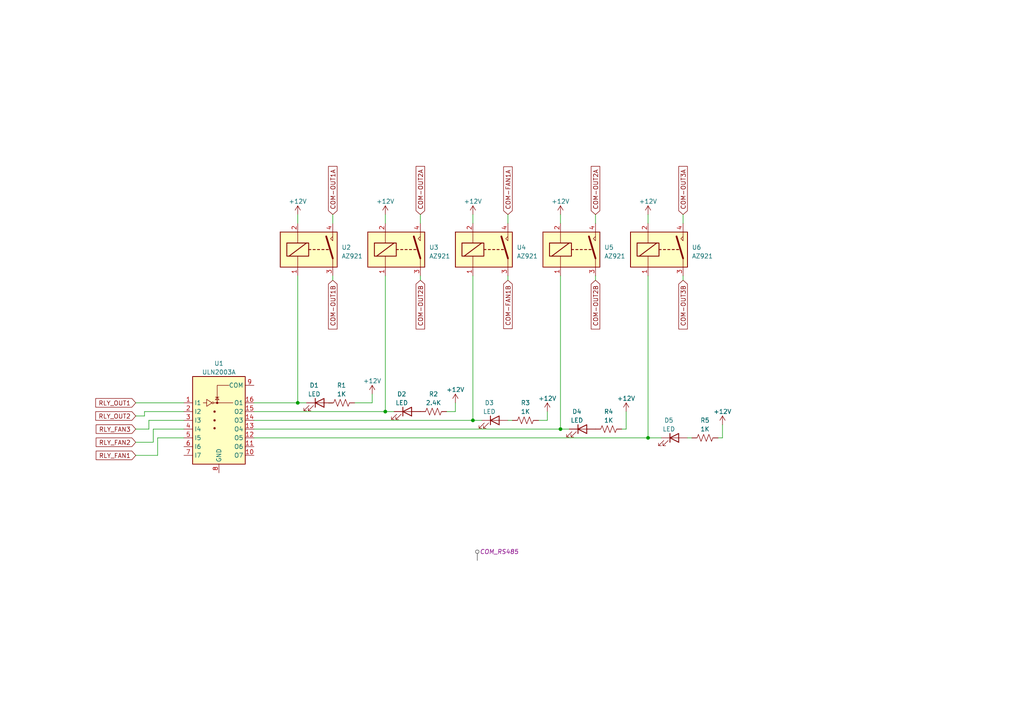
<source format=kicad_sch>
(kicad_sch (version 20230121) (generator eeschema)

  (uuid 638b0777-bb01-45a1-a0a3-db3a666dc8e6)

  (paper "A4")

  (lib_symbols
    (symbol "Device:LED" (pin_numbers hide) (pin_names (offset 1.016) hide) (in_bom yes) (on_board yes)
      (property "Reference" "D" (at 0 2.54 0)
        (effects (font (size 1.27 1.27)))
      )
      (property "Value" "LED" (at 0 -2.54 0)
        (effects (font (size 1.27 1.27)))
      )
      (property "Footprint" "" (at 0 0 0)
        (effects (font (size 1.27 1.27)) hide)
      )
      (property "Datasheet" "~" (at 0 0 0)
        (effects (font (size 1.27 1.27)) hide)
      )
      (property "ki_keywords" "LED diode" (at 0 0 0)
        (effects (font (size 1.27 1.27)) hide)
      )
      (property "ki_description" "Light emitting diode" (at 0 0 0)
        (effects (font (size 1.27 1.27)) hide)
      )
      (property "ki_fp_filters" "LED* LED_SMD:* LED_THT:*" (at 0 0 0)
        (effects (font (size 1.27 1.27)) hide)
      )
      (symbol "LED_0_1"
        (polyline
          (pts
            (xy -1.27 -1.27)
            (xy -1.27 1.27)
          )
          (stroke (width 0.254) (type default))
          (fill (type none))
        )
        (polyline
          (pts
            (xy -1.27 0)
            (xy 1.27 0)
          )
          (stroke (width 0) (type default))
          (fill (type none))
        )
        (polyline
          (pts
            (xy 1.27 -1.27)
            (xy 1.27 1.27)
            (xy -1.27 0)
            (xy 1.27 -1.27)
          )
          (stroke (width 0.254) (type default))
          (fill (type none))
        )
        (polyline
          (pts
            (xy -3.048 -0.762)
            (xy -4.572 -2.286)
            (xy -3.81 -2.286)
            (xy -4.572 -2.286)
            (xy -4.572 -1.524)
          )
          (stroke (width 0) (type default))
          (fill (type none))
        )
        (polyline
          (pts
            (xy -1.778 -0.762)
            (xy -3.302 -2.286)
            (xy -2.54 -2.286)
            (xy -3.302 -2.286)
            (xy -3.302 -1.524)
          )
          (stroke (width 0) (type default))
          (fill (type none))
        )
      )
      (symbol "LED_1_1"
        (pin passive line (at -3.81 0 0) (length 2.54)
          (name "K" (effects (font (size 1.27 1.27))))
          (number "1" (effects (font (size 1.27 1.27))))
        )
        (pin passive line (at 3.81 0 180) (length 2.54)
          (name "A" (effects (font (size 1.27 1.27))))
          (number "2" (effects (font (size 1.27 1.27))))
        )
      )
    )
    (symbol "Device:R_US" (pin_numbers hide) (pin_names (offset 0)) (in_bom yes) (on_board yes)
      (property "Reference" "R" (at 2.54 0 90)
        (effects (font (size 1.27 1.27)))
      )
      (property "Value" "R_US" (at -2.54 0 90)
        (effects (font (size 1.27 1.27)))
      )
      (property "Footprint" "" (at 1.016 -0.254 90)
        (effects (font (size 1.27 1.27)) hide)
      )
      (property "Datasheet" "~" (at 0 0 0)
        (effects (font (size 1.27 1.27)) hide)
      )
      (property "ki_keywords" "R res resistor" (at 0 0 0)
        (effects (font (size 1.27 1.27)) hide)
      )
      (property "ki_description" "Resistor, US symbol" (at 0 0 0)
        (effects (font (size 1.27 1.27)) hide)
      )
      (property "ki_fp_filters" "R_*" (at 0 0 0)
        (effects (font (size 1.27 1.27)) hide)
      )
      (symbol "R_US_0_1"
        (polyline
          (pts
            (xy 0 -2.286)
            (xy 0 -2.54)
          )
          (stroke (width 0) (type default))
          (fill (type none))
        )
        (polyline
          (pts
            (xy 0 2.286)
            (xy 0 2.54)
          )
          (stroke (width 0) (type default))
          (fill (type none))
        )
        (polyline
          (pts
            (xy 0 -0.762)
            (xy 1.016 -1.143)
            (xy 0 -1.524)
            (xy -1.016 -1.905)
            (xy 0 -2.286)
          )
          (stroke (width 0) (type default))
          (fill (type none))
        )
        (polyline
          (pts
            (xy 0 0.762)
            (xy 1.016 0.381)
            (xy 0 0)
            (xy -1.016 -0.381)
            (xy 0 -0.762)
          )
          (stroke (width 0) (type default))
          (fill (type none))
        )
        (polyline
          (pts
            (xy 0 2.286)
            (xy 1.016 1.905)
            (xy 0 1.524)
            (xy -1.016 1.143)
            (xy 0 0.762)
          )
          (stroke (width 0) (type default))
          (fill (type none))
        )
      )
      (symbol "R_US_1_1"
        (pin passive line (at 0 3.81 270) (length 1.27)
          (name "~" (effects (font (size 1.27 1.27))))
          (number "1" (effects (font (size 1.27 1.27))))
        )
        (pin passive line (at 0 -3.81 90) (length 1.27)
          (name "~" (effects (font (size 1.27 1.27))))
          (number "2" (effects (font (size 1.27 1.27))))
        )
      )
    )
    (symbol "Transistor_Array:ULN2003A" (in_bom yes) (on_board yes)
      (property "Reference" "U" (at 0 15.875 0)
        (effects (font (size 1.27 1.27)))
      )
      (property "Value" "ULN2003A" (at 0 13.97 0)
        (effects (font (size 1.27 1.27)))
      )
      (property "Footprint" "" (at 1.27 -13.97 0)
        (effects (font (size 1.27 1.27)) (justify left) hide)
      )
      (property "Datasheet" "http://www.ti.com/lit/ds/symlink/uln2003a.pdf" (at 2.54 -5.08 0)
        (effects (font (size 1.27 1.27)) hide)
      )
      (property "ki_keywords" "darlington transistor array" (at 0 0 0)
        (effects (font (size 1.27 1.27)) hide)
      )
      (property "ki_description" "High Voltage, High Current Darlington Transistor Arrays, SOIC16/SOIC16W/DIP16/TSSOP16" (at 0 0 0)
        (effects (font (size 1.27 1.27)) hide)
      )
      (property "ki_fp_filters" "DIP*W7.62mm* SOIC*3.9x9.9mm*P1.27mm* SSOP*4.4x5.2mm*P0.65mm* TSSOP*4.4x5mm*P0.65mm* SOIC*W*5.3x10.2mm*P1.27mm*" (at 0 0 0)
        (effects (font (size 1.27 1.27)) hide)
      )
      (symbol "ULN2003A_0_1"
        (rectangle (start -7.62 -12.7) (end 7.62 12.7)
          (stroke (width 0.254) (type default))
          (fill (type background))
        )
        (circle (center -1.778 5.08) (radius 0.254)
          (stroke (width 0) (type default))
          (fill (type none))
        )
        (circle (center -1.27 -2.286) (radius 0.254)
          (stroke (width 0) (type default))
          (fill (type outline))
        )
        (circle (center -1.27 0) (radius 0.254)
          (stroke (width 0) (type default))
          (fill (type outline))
        )
        (circle (center -1.27 2.54) (radius 0.254)
          (stroke (width 0) (type default))
          (fill (type outline))
        )
        (circle (center -0.508 5.08) (radius 0.254)
          (stroke (width 0) (type default))
          (fill (type outline))
        )
        (polyline
          (pts
            (xy -4.572 5.08)
            (xy -3.556 5.08)
          )
          (stroke (width 0) (type default))
          (fill (type none))
        )
        (polyline
          (pts
            (xy -1.524 5.08)
            (xy 4.064 5.08)
          )
          (stroke (width 0) (type default))
          (fill (type none))
        )
        (polyline
          (pts
            (xy 0 6.731)
            (xy -1.016 6.731)
          )
          (stroke (width 0) (type default))
          (fill (type none))
        )
        (polyline
          (pts
            (xy -0.508 5.08)
            (xy -0.508 10.16)
            (xy 2.921 10.16)
          )
          (stroke (width 0) (type default))
          (fill (type none))
        )
        (polyline
          (pts
            (xy -3.556 6.096)
            (xy -3.556 4.064)
            (xy -2.032 5.08)
            (xy -3.556 6.096)
          )
          (stroke (width 0) (type default))
          (fill (type none))
        )
        (polyline
          (pts
            (xy 0 5.969)
            (xy -1.016 5.969)
            (xy -0.508 6.731)
            (xy 0 5.969)
          )
          (stroke (width 0) (type default))
          (fill (type none))
        )
      )
      (symbol "ULN2003A_1_1"
        (pin input line (at -10.16 5.08 0) (length 2.54)
          (name "I1" (effects (font (size 1.27 1.27))))
          (number "1" (effects (font (size 1.27 1.27))))
        )
        (pin open_collector line (at 10.16 -10.16 180) (length 2.54)
          (name "O7" (effects (font (size 1.27 1.27))))
          (number "10" (effects (font (size 1.27 1.27))))
        )
        (pin open_collector line (at 10.16 -7.62 180) (length 2.54)
          (name "O6" (effects (font (size 1.27 1.27))))
          (number "11" (effects (font (size 1.27 1.27))))
        )
        (pin open_collector line (at 10.16 -5.08 180) (length 2.54)
          (name "O5" (effects (font (size 1.27 1.27))))
          (number "12" (effects (font (size 1.27 1.27))))
        )
        (pin open_collector line (at 10.16 -2.54 180) (length 2.54)
          (name "O4" (effects (font (size 1.27 1.27))))
          (number "13" (effects (font (size 1.27 1.27))))
        )
        (pin open_collector line (at 10.16 0 180) (length 2.54)
          (name "O3" (effects (font (size 1.27 1.27))))
          (number "14" (effects (font (size 1.27 1.27))))
        )
        (pin open_collector line (at 10.16 2.54 180) (length 2.54)
          (name "O2" (effects (font (size 1.27 1.27))))
          (number "15" (effects (font (size 1.27 1.27))))
        )
        (pin open_collector line (at 10.16 5.08 180) (length 2.54)
          (name "O1" (effects (font (size 1.27 1.27))))
          (number "16" (effects (font (size 1.27 1.27))))
        )
        (pin input line (at -10.16 2.54 0) (length 2.54)
          (name "I2" (effects (font (size 1.27 1.27))))
          (number "2" (effects (font (size 1.27 1.27))))
        )
        (pin input line (at -10.16 0 0) (length 2.54)
          (name "I3" (effects (font (size 1.27 1.27))))
          (number "3" (effects (font (size 1.27 1.27))))
        )
        (pin input line (at -10.16 -2.54 0) (length 2.54)
          (name "I4" (effects (font (size 1.27 1.27))))
          (number "4" (effects (font (size 1.27 1.27))))
        )
        (pin input line (at -10.16 -5.08 0) (length 2.54)
          (name "I5" (effects (font (size 1.27 1.27))))
          (number "5" (effects (font (size 1.27 1.27))))
        )
        (pin input line (at -10.16 -7.62 0) (length 2.54)
          (name "I6" (effects (font (size 1.27 1.27))))
          (number "6" (effects (font (size 1.27 1.27))))
        )
        (pin input line (at -10.16 -10.16 0) (length 2.54)
          (name "I7" (effects (font (size 1.27 1.27))))
          (number "7" (effects (font (size 1.27 1.27))))
        )
        (pin power_in line (at 0 -15.24 90) (length 2.54)
          (name "GND" (effects (font (size 1.27 1.27))))
          (number "8" (effects (font (size 1.27 1.27))))
        )
        (pin passive line (at 10.16 10.16 180) (length 2.54)
          (name "COM" (effects (font (size 1.27 1.27))))
          (number "9" (effects (font (size 1.27 1.27))))
        )
      )
    )
    (symbol "nuevos simvolos:AZ921" (in_bom yes) (on_board yes)
      (property "Reference" "U" (at -12.7 1.27 0)
        (effects (font (size 1.27 1.27)))
      )
      (property "Value" "AZ921" (at -12.7 -1.27 0)
        (effects (font (size 1.27 1.27)))
      )
      (property "Footprint" "" (at 0 0 0)
        (effects (font (size 1.27 1.27)) hide)
      )
      (property "Datasheet" "" (at 0 0 0)
        (effects (font (size 1.27 1.27)) hide)
      )
      (symbol "AZ921_0_0"
        (polyline
          (pts
            (xy 6.35 5.08)
            (xy 6.35 2.54)
            (xy 5.715 3.175)
            (xy 6.35 3.81)
          )
          (stroke (width 0) (type default))
          (fill (type none))
        )
      )
      (symbol "AZ921_0_1"
        (rectangle (start -8.89 5.08) (end 7.62 -5.08)
          (stroke (width 0.254) (type default))
          (fill (type background))
        )
        (rectangle (start -6.985 1.905) (end -0.635 -1.905)
          (stroke (width 0.254) (type default))
          (fill (type none))
        )
        (polyline
          (pts
            (xy -6.35 -1.905)
            (xy -1.27 1.905)
          )
          (stroke (width 0.254) (type default))
          (fill (type none))
        )
        (polyline
          (pts
            (xy -3.81 -5.08)
            (xy -3.81 -1.905)
          )
          (stroke (width 0) (type default))
          (fill (type none))
        )
        (polyline
          (pts
            (xy -3.81 5.08)
            (xy -3.81 1.905)
          )
          (stroke (width 0) (type default))
          (fill (type none))
        )
        (polyline
          (pts
            (xy -0.635 0)
            (xy 0 0)
          )
          (stroke (width 0.254) (type default))
          (fill (type none))
        )
        (polyline
          (pts
            (xy 0.635 0)
            (xy 1.27 0)
          )
          (stroke (width 0.254) (type default))
          (fill (type none))
        )
        (polyline
          (pts
            (xy 1.905 0)
            (xy 2.54 0)
          )
          (stroke (width 0.254) (type default))
          (fill (type none))
        )
        (polyline
          (pts
            (xy 3.175 0)
            (xy 3.81 0)
          )
          (stroke (width 0.254) (type default))
          (fill (type none))
        )
        (polyline
          (pts
            (xy 4.445 0)
            (xy 5.08 0)
          )
          (stroke (width 0.254) (type default))
          (fill (type none))
        )
        (polyline
          (pts
            (xy 6.35 -2.54)
            (xy 4.445 3.81)
          )
          (stroke (width 0.508) (type default))
          (fill (type none))
        )
        (polyline
          (pts
            (xy 6.35 -2.54)
            (xy 6.35 -5.08)
          )
          (stroke (width 0) (type default))
          (fill (type none))
        )
      )
      (symbol "AZ921_1_1"
        (pin passive line (at -3.81 -7.62 90) (length 2.54)
          (name "~" (effects (font (size 1.27 1.27))))
          (number "1" (effects (font (size 1.27 1.27))))
        )
        (pin passive line (at -3.81 7.62 270) (length 2.54)
          (name "~" (effects (font (size 1.27 1.27))))
          (number "2" (effects (font (size 1.27 1.27))))
        )
        (pin passive line (at 6.35 -7.62 90) (length 2.54)
          (name "~" (effects (font (size 1.27 1.27))))
          (number "3" (effects (font (size 1.27 1.27))))
        )
        (pin passive line (at 6.35 7.62 270) (length 2.54)
          (name "~" (effects (font (size 1.27 1.27))))
          (number "4" (effects (font (size 1.27 1.27))))
        )
      )
    )
    (symbol "power:+12V" (power) (pin_names (offset 0)) (in_bom yes) (on_board yes)
      (property "Reference" "#PWR" (at 0 -3.81 0)
        (effects (font (size 1.27 1.27)) hide)
      )
      (property "Value" "+12V" (at 0 3.556 0)
        (effects (font (size 1.27 1.27)))
      )
      (property "Footprint" "" (at 0 0 0)
        (effects (font (size 1.27 1.27)) hide)
      )
      (property "Datasheet" "" (at 0 0 0)
        (effects (font (size 1.27 1.27)) hide)
      )
      (property "ki_keywords" "global power" (at 0 0 0)
        (effects (font (size 1.27 1.27)) hide)
      )
      (property "ki_description" "Power symbol creates a global label with name \"+12V\"" (at 0 0 0)
        (effects (font (size 1.27 1.27)) hide)
      )
      (symbol "+12V_0_1"
        (polyline
          (pts
            (xy -0.762 1.27)
            (xy 0 2.54)
          )
          (stroke (width 0) (type default))
          (fill (type none))
        )
        (polyline
          (pts
            (xy 0 0)
            (xy 0 2.54)
          )
          (stroke (width 0) (type default))
          (fill (type none))
        )
        (polyline
          (pts
            (xy 0 2.54)
            (xy 0.762 1.27)
          )
          (stroke (width 0) (type default))
          (fill (type none))
        )
      )
      (symbol "+12V_1_1"
        (pin power_in line (at 0 0 90) (length 0) hide
          (name "+12V" (effects (font (size 1.27 1.27))))
          (number "1" (effects (font (size 1.27 1.27))))
        )
      )
    )
  )

  (junction (at 111.76 119.38) (diameter 0) (color 0 0 0 0)
    (uuid 04b68cb3-43e3-4f12-8224-446cf62ac623)
  )
  (junction (at 187.96 127) (diameter 0) (color 0 0 0 0)
    (uuid 0f3f07f0-fe87-4301-9d0b-c5bb49db90f5)
  )
  (junction (at 86.36 116.84) (diameter 0) (color 0 0 0 0)
    (uuid 5f025c2d-b219-4e0d-8377-a7d8c6db03eb)
  )
  (junction (at 137.16 121.92) (diameter 0) (color 0 0 0 0)
    (uuid 7109a029-8f01-4843-a390-4cd9ee2c1276)
  )
  (junction (at 162.56 124.46) (diameter 0) (color 0 0 0 0)
    (uuid ebb15ed6-b700-446f-91b7-58f5898588cc)
  )

  (wire (pts (xy 158.75 119.38) (xy 158.75 121.92))
    (stroke (width 0) (type default))
    (uuid 018544cb-61f8-49e2-a551-90303133793c)
  )
  (wire (pts (xy 162.56 80.01) (xy 162.56 124.46))
    (stroke (width 0) (type default))
    (uuid 045e1e0f-9a0f-4b5c-ad4b-b2d64865dcad)
  )
  (wire (pts (xy 198.12 62.23) (xy 198.12 64.77))
    (stroke (width 0) (type default))
    (uuid 065cf11c-df93-410a-b019-ca6dac3bfb71)
  )
  (wire (pts (xy 162.56 124.46) (xy 165.1 124.46))
    (stroke (width 0) (type default))
    (uuid 0ee7f2c1-5102-4353-ac31-73ca6e59b144)
  )
  (wire (pts (xy 121.92 62.23) (xy 121.92 64.77))
    (stroke (width 0) (type default))
    (uuid 12aa4f3f-9bde-4369-9f02-bb066691d9b1)
  )
  (wire (pts (xy 187.96 62.23) (xy 187.96 64.77))
    (stroke (width 0) (type default))
    (uuid 155dc7ea-34ce-4167-8e2c-e621bf422a9e)
  )
  (wire (pts (xy 53.34 127) (xy 45.72 127))
    (stroke (width 0) (type default))
    (uuid 1f3317af-697f-450d-b3cc-daa3767e3be9)
  )
  (wire (pts (xy 158.75 121.92) (xy 156.21 121.92))
    (stroke (width 0) (type default))
    (uuid 24daea29-d418-47d6-a41c-cac8b5b51ccf)
  )
  (wire (pts (xy 147.32 121.92) (xy 148.59 121.92))
    (stroke (width 0) (type default))
    (uuid 2e554b35-214c-42c7-81e1-7e8aaade2758)
  )
  (wire (pts (xy 111.76 62.23) (xy 111.76 64.77))
    (stroke (width 0) (type default))
    (uuid 2f056c22-6842-495b-85c2-f16b3d2e3b6c)
  )
  (wire (pts (xy 43.18 121.92) (xy 53.34 121.92))
    (stroke (width 0) (type default))
    (uuid 37fefeef-e2f9-4509-a9ff-9f7fbb5cae02)
  )
  (wire (pts (xy 73.66 127) (xy 187.96 127))
    (stroke (width 0) (type default))
    (uuid 38c4f650-eaf6-4dcc-83d0-c6da75d25733)
  )
  (wire (pts (xy 39.37 124.46) (xy 43.18 124.46))
    (stroke (width 0) (type default))
    (uuid 396c1a78-cc8e-4ca2-a83b-995690ae1210)
  )
  (wire (pts (xy 102.87 116.84) (xy 107.95 116.84))
    (stroke (width 0) (type default))
    (uuid 4bef225f-e127-4365-9b09-dc41aea9c8cc)
  )
  (wire (pts (xy 53.34 124.46) (xy 44.45 124.46))
    (stroke (width 0) (type default))
    (uuid 4e6c5eca-9938-4941-95f4-6b719941a00e)
  )
  (wire (pts (xy 73.66 116.84) (xy 86.36 116.84))
    (stroke (width 0) (type default))
    (uuid 55c340e0-dbbb-4340-a660-28c7663a3c4e)
  )
  (wire (pts (xy 111.76 80.01) (xy 111.76 119.38))
    (stroke (width 0) (type default))
    (uuid 570870b1-3ccb-49e9-a36d-a95be81bd8b9)
  )
  (wire (pts (xy 41.91 119.38) (xy 41.91 120.65))
    (stroke (width 0) (type default))
    (uuid 5889a05f-4524-4feb-ae9a-92e3953944b7)
  )
  (wire (pts (xy 44.45 128.27) (xy 39.37 128.27))
    (stroke (width 0) (type default))
    (uuid 5d1ec344-80e6-42b5-9686-a13a5a741931)
  )
  (wire (pts (xy 44.45 124.46) (xy 44.45 128.27))
    (stroke (width 0) (type default))
    (uuid 632783d8-0dac-4105-ad26-2f7eece880f1)
  )
  (wire (pts (xy 147.32 62.23) (xy 147.32 64.77))
    (stroke (width 0) (type default))
    (uuid 66bd6cc6-16ac-437f-a36b-eede92959ed3)
  )
  (wire (pts (xy 86.36 62.23) (xy 86.36 64.77))
    (stroke (width 0) (type default))
    (uuid 69721957-6201-4092-b036-60c353f1d6fe)
  )
  (wire (pts (xy 181.61 124.46) (xy 180.34 124.46))
    (stroke (width 0) (type default))
    (uuid 748450c1-ccb1-4114-afa3-f3b7bcc0363e)
  )
  (wire (pts (xy 86.36 116.84) (xy 88.9 116.84))
    (stroke (width 0) (type default))
    (uuid 7b8663e5-cd90-4879-a7ce-b5294ee5e0f1)
  )
  (wire (pts (xy 209.55 127) (xy 208.28 127))
    (stroke (width 0) (type default))
    (uuid 81ee546d-0960-49af-914f-7b6c6f2a8b52)
  )
  (wire (pts (xy 96.52 116.84) (xy 95.25 116.84))
    (stroke (width 0) (type default))
    (uuid 839254ee-cf93-465b-bcc2-eba6348d5f65)
  )
  (wire (pts (xy 53.34 119.38) (xy 41.91 119.38))
    (stroke (width 0) (type default))
    (uuid 8834eb10-ba3f-4807-804c-e5aab66b0242)
  )
  (wire (pts (xy 45.72 132.08) (xy 39.37 132.08))
    (stroke (width 0) (type default))
    (uuid 9108f24d-4af8-4c6c-8430-672b92637ef0)
  )
  (wire (pts (xy 45.72 127) (xy 45.72 132.08))
    (stroke (width 0) (type default))
    (uuid 94d9b102-8f4b-4e60-8fe5-39b29e246108)
  )
  (wire (pts (xy 187.96 80.01) (xy 187.96 127))
    (stroke (width 0) (type default))
    (uuid 98f4461c-901c-477f-8cf3-aafed0da7515)
  )
  (wire (pts (xy 129.54 119.38) (xy 132.08 119.38))
    (stroke (width 0) (type default))
    (uuid a214d3ba-c0fa-4719-ae06-165a0cd6696c)
  )
  (wire (pts (xy 198.12 80.01) (xy 198.12 81.28))
    (stroke (width 0) (type default))
    (uuid ad42cdff-7e17-49c9-a5f4-a7f64499b1ab)
  )
  (wire (pts (xy 43.18 124.46) (xy 43.18 121.92))
    (stroke (width 0) (type default))
    (uuid ad548d45-9a47-44b8-a9c5-bbc1c600b07a)
  )
  (wire (pts (xy 73.66 121.92) (xy 137.16 121.92))
    (stroke (width 0) (type default))
    (uuid b03420df-6372-4bee-9be6-39bb46353180)
  )
  (wire (pts (xy 209.55 123.19) (xy 209.55 127))
    (stroke (width 0) (type default))
    (uuid b0c8d69b-7d4b-4bdf-9abb-bff4f24c5e81)
  )
  (wire (pts (xy 39.37 120.65) (xy 41.91 120.65))
    (stroke (width 0) (type default))
    (uuid c1d2b9db-6dcd-4a61-a48f-db5366234d95)
  )
  (wire (pts (xy 137.16 80.01) (xy 137.16 121.92))
    (stroke (width 0) (type default))
    (uuid c32e4bfb-c40f-4b6d-b006-77d1fbfcdd07)
  )
  (wire (pts (xy 181.61 119.38) (xy 181.61 124.46))
    (stroke (width 0) (type default))
    (uuid c4768b94-5f7a-4d4f-b0d4-5423a4222f3d)
  )
  (wire (pts (xy 137.16 121.92) (xy 139.7 121.92))
    (stroke (width 0) (type default))
    (uuid cd878640-7020-4101-b417-7fd7f624db98)
  )
  (wire (pts (xy 96.52 80.01) (xy 96.52 81.28))
    (stroke (width 0) (type default))
    (uuid cf5f0a56-3301-4897-a2fe-9ad1b838054e)
  )
  (wire (pts (xy 86.36 80.01) (xy 86.36 116.84))
    (stroke (width 0) (type default))
    (uuid d9947f69-ddf0-4b3c-93f1-e9207828c0a0)
  )
  (wire (pts (xy 111.76 119.38) (xy 114.3 119.38))
    (stroke (width 0) (type default))
    (uuid ddf9c863-9ff9-40dc-9324-45fe70b89282)
  )
  (wire (pts (xy 187.96 127) (xy 191.77 127))
    (stroke (width 0) (type default))
    (uuid e021263e-e93c-4647-b28f-bdf8d4e92fb3)
  )
  (wire (pts (xy 39.37 116.84) (xy 53.34 116.84))
    (stroke (width 0) (type default))
    (uuid e1f1d1ac-05e2-4d3c-9680-ed81690d4697)
  )
  (wire (pts (xy 172.72 62.23) (xy 172.72 64.77))
    (stroke (width 0) (type default))
    (uuid e2e1df94-ba82-4d97-8803-776d5321e725)
  )
  (wire (pts (xy 199.39 127) (xy 200.66 127))
    (stroke (width 0) (type default))
    (uuid e68bf610-77ae-49a2-8806-585518b4897c)
  )
  (wire (pts (xy 172.72 80.01) (xy 172.72 81.28))
    (stroke (width 0) (type default))
    (uuid efcd737e-7340-40f2-a019-57f3c0d5cfa2)
  )
  (wire (pts (xy 107.95 116.84) (xy 107.95 114.3))
    (stroke (width 0) (type default))
    (uuid f13a5239-a6e6-4a9a-8db0-a48d7ee6b1a1)
  )
  (wire (pts (xy 96.52 62.23) (xy 96.52 64.77))
    (stroke (width 0) (type default))
    (uuid f695b6a1-3bed-4a06-b842-b4bf88765fa1)
  )
  (wire (pts (xy 121.92 80.01) (xy 121.92 81.28))
    (stroke (width 0) (type default))
    (uuid f7920748-daa3-4f30-9596-bb2255e5589a)
  )
  (wire (pts (xy 73.66 124.46) (xy 162.56 124.46))
    (stroke (width 0) (type default))
    (uuid f827a41f-e41f-4b34-8f6a-8c150c0f91ea)
  )
  (wire (pts (xy 162.56 62.23) (xy 162.56 64.77))
    (stroke (width 0) (type default))
    (uuid f8609639-6d1c-45f6-bcf8-1ac84483b9ef)
  )
  (wire (pts (xy 73.66 119.38) (xy 111.76 119.38))
    (stroke (width 0) (type default))
    (uuid fd1674fd-7cc8-4c68-8ef8-ff7782754a52)
  )
  (wire (pts (xy 132.08 119.38) (xy 132.08 116.84))
    (stroke (width 0) (type default))
    (uuid fd2d446c-eb9e-4a87-b073-ec43171cc9f5)
  )
  (wire (pts (xy 147.32 80.01) (xy 147.32 81.28))
    (stroke (width 0) (type default))
    (uuid fdc57b73-18c1-4871-b704-c43365b359c3)
  )
  (wire (pts (xy 137.16 62.23) (xy 137.16 64.77))
    (stroke (width 0) (type default))
    (uuid ffae10fe-799d-4896-9545-df9c3f4ce545)
  )

  (global_label "COM-OUT2A" (shape input) (at 121.92 62.23 90) (fields_autoplaced)
    (effects (font (size 1.27 1.27)) (justify left))
    (uuid 0df314eb-5d34-43e5-91c0-c7495b2ac371)
    (property "Intersheetrefs" "${INTERSHEET_REFS}" (at 121.92 47.7732 90)
      (effects (font (size 1.27 1.27)) (justify left) hide)
    )
  )
  (global_label "RLY_OUT1" (shape input) (at 39.37 116.84 180) (fields_autoplaced)
    (effects (font (size 1.27 1.27)) (justify right))
    (uuid 14c3b3ee-aab1-4a80-b347-0853036c0297)
    (property "Intersheetrefs" "${INTERSHEET_REFS}" (at 27.2718 116.84 0)
      (effects (font (size 1.27 1.27)) (justify right) hide)
    )
  )
  (global_label "RLY_OUT2" (shape input) (at 39.37 120.65 180) (fields_autoplaced)
    (effects (font (size 1.27 1.27)) (justify right))
    (uuid 4f7181d9-15f2-4ea2-bc16-7bb26fe3bbca)
    (property "Intersheetrefs" "${INTERSHEET_REFS}" (at 27.2718 120.65 0)
      (effects (font (size 1.27 1.27)) (justify right) hide)
    )
  )
  (global_label "COM-OUT1A" (shape input) (at 96.52 62.23 90) (fields_autoplaced)
    (effects (font (size 1.27 1.27)) (justify left))
    (uuid 57b16ab9-55f2-4ece-ba2d-44e9848683dc)
    (property "Intersheetrefs" "${INTERSHEET_REFS}" (at 96.52 47.7732 90)
      (effects (font (size 1.27 1.27)) (justify left) hide)
    )
  )
  (global_label "COM-OUT1B" (shape input) (at 96.52 81.28 270) (fields_autoplaced)
    (effects (font (size 1.27 1.27)) (justify right))
    (uuid 6877e443-6187-45cb-ba62-87d5a2b1a3ec)
    (property "Intersheetrefs" "${INTERSHEET_REFS}" (at 96.52 95.9182 90)
      (effects (font (size 1.27 1.27)) (justify right) hide)
    )
  )
  (global_label "RLY_FAN3" (shape input) (at 39.37 124.46 180) (fields_autoplaced)
    (effects (font (size 1.27 1.27)) (justify right))
    (uuid 74ecc071-a5c1-4bc7-ab77-37bb1297d810)
    (property "Intersheetrefs" "${INTERSHEET_REFS}" (at 27.3927 124.46 0)
      (effects (font (size 1.27 1.27)) (justify right) hide)
    )
  )
  (global_label "COM-FAN1B" (shape input) (at 147.32 81.28 270) (fields_autoplaced)
    (effects (font (size 1.27 1.27)) (justify right))
    (uuid 950159a7-3f8b-4eaf-a63f-e33194d54f27)
    (property "Intersheetrefs" "${INTERSHEET_REFS}" (at 147.32 95.7973 90)
      (effects (font (size 1.27 1.27)) (justify right) hide)
    )
  )
  (global_label "COM-OUT3B" (shape input) (at 198.12 81.28 270) (fields_autoplaced)
    (effects (font (size 1.27 1.27)) (justify right))
    (uuid 9530bef9-fd44-4277-8dc7-63294b9f9d34)
    (property "Intersheetrefs" "${INTERSHEET_REFS}" (at 198.12 95.9182 90)
      (effects (font (size 1.27 1.27)) (justify right) hide)
    )
  )
  (global_label "COM-OUT2B" (shape input) (at 172.72 81.28 270) (fields_autoplaced)
    (effects (font (size 1.27 1.27)) (justify right))
    (uuid c61d95ec-526f-4606-ae16-355dc6005565)
    (property "Intersheetrefs" "${INTERSHEET_REFS}" (at 172.72 95.9182 90)
      (effects (font (size 1.27 1.27)) (justify right) hide)
    )
  )
  (global_label "COM-FAN1A" (shape input) (at 147.32 62.23 90) (fields_autoplaced)
    (effects (font (size 1.27 1.27)) (justify left))
    (uuid c8eb2d12-f3b6-49ea-978a-20e299849fb4)
    (property "Intersheetrefs" "${INTERSHEET_REFS}" (at 147.32 47.8941 90)
      (effects (font (size 1.27 1.27)) (justify left) hide)
    )
  )
  (global_label "COM-OUT2A" (shape input) (at 172.72 62.23 90) (fields_autoplaced)
    (effects (font (size 1.27 1.27)) (justify left))
    (uuid def22784-1ad2-4b74-ae4d-296fd9466a67)
    (property "Intersheetrefs" "${INTERSHEET_REFS}" (at 172.72 47.7732 90)
      (effects (font (size 1.27 1.27)) (justify left) hide)
    )
  )
  (global_label "COM-OUT2B" (shape input) (at 121.92 81.28 270) (fields_autoplaced)
    (effects (font (size 1.27 1.27)) (justify right))
    (uuid e58fb638-6ce5-445a-8985-55b482ffd1fd)
    (property "Intersheetrefs" "${INTERSHEET_REFS}" (at 121.92 95.9182 90)
      (effects (font (size 1.27 1.27)) (justify right) hide)
    )
  )
  (global_label "COM-OUT3A" (shape input) (at 198.12 62.23 90) (fields_autoplaced)
    (effects (font (size 1.27 1.27)) (justify left))
    (uuid f33a234a-7873-41e3-88be-5d45130522fb)
    (property "Intersheetrefs" "${INTERSHEET_REFS}" (at 198.12 47.7732 90)
      (effects (font (size 1.27 1.27)) (justify left) hide)
    )
  )
  (global_label "RLY_FAN2" (shape input) (at 39.37 128.27 180) (fields_autoplaced)
    (effects (font (size 1.27 1.27)) (justify right))
    (uuid f4ef6c69-c746-4d19-ad52-d46dc3680d75)
    (property "Intersheetrefs" "${INTERSHEET_REFS}" (at 27.3927 128.27 0)
      (effects (font (size 1.27 1.27)) (justify right) hide)
    )
  )
  (global_label "RLY_FAN1" (shape input) (at 39.37 132.08 180) (fields_autoplaced)
    (effects (font (size 1.27 1.27)) (justify right))
    (uuid faf69d23-5039-485d-a90a-a2154a4a7c36)
    (property "Intersheetrefs" "${INTERSHEET_REFS}" (at 27.3927 132.08 0)
      (effects (font (size 1.27 1.27)) (justify right) hide)
    )
  )

  (netclass_flag "" (length 2.54) (shape round) (at 138.43 162.56 0) (fields_autoplaced)
    (effects (font (size 1.27 1.27)) (justify left bottom))
    (uuid 18a8d746-9f9f-4e3b-a28f-6aad8ca51fb6)
    (property "Netclass" "COM_RS485" (at 139.1285 160.02 0)
      (effects (font (size 1.27 1.27) italic) (justify left))
    )
  )

  (symbol (lib_id "power:+12V") (at 181.61 119.38 0) (unit 1)
    (in_bom yes) (on_board yes) (dnp no) (fields_autoplaced)
    (uuid 08900028-42e4-4fdd-a74d-d7663e6c070c)
    (property "Reference" "#PWR017" (at 181.61 123.19 0)
      (effects (font (size 1.27 1.27)) hide)
    )
    (property "Value" "+12V" (at 181.61 115.57 0)
      (effects (font (size 1.27 1.27)))
    )
    (property "Footprint" "" (at 181.61 119.38 0)
      (effects (font (size 1.27 1.27)) hide)
    )
    (property "Datasheet" "" (at 181.61 119.38 0)
      (effects (font (size 1.27 1.27)) hide)
    )
    (pin "1" (uuid e78ef8a1-e1a5-4417-914a-41116e4e69a2))
    (instances
      (project "proyeto"
        (path "/b66868b8-c283-4ef1-82e8-af9f092560ee/a72b2232-0de7-4df7-b592-ee0f1cdb2f92/f3562a09-3121-448b-b7e2-daabfc7993ff"
          (reference "#PWR017") (unit 1)
        )
      )
    )
  )

  (symbol (lib_id "nuevos simvolos:AZ921") (at 166.37 72.39 0) (unit 1)
    (in_bom yes) (on_board yes) (dnp no) (fields_autoplaced)
    (uuid 1435150b-b152-4bf7-8148-57eadaf9a3a1)
    (property "Reference" "U5" (at 175.26 71.755 0)
      (effects (font (size 1.27 1.27)) (justify left))
    )
    (property "Value" "AZ921" (at 175.26 74.295 0)
      (effects (font (size 1.27 1.27)) (justify left))
    )
    (property "Footprint" "" (at 166.37 72.39 0)
      (effects (font (size 1.27 1.27)) hide)
    )
    (property "Datasheet" "" (at 166.37 72.39 0)
      (effects (font (size 1.27 1.27)) hide)
    )
    (pin "1" (uuid 3b9f9f52-81e0-4583-bbf0-20e086a23f86))
    (pin "2" (uuid 8bf8b29b-7bb0-4764-ae48-03ba999561c2))
    (pin "3" (uuid 95db245d-b805-4c8e-ac8e-81e9f65fc214))
    (pin "4" (uuid f58183cd-0385-4236-9ed7-30c06d156272))
    (instances
      (project "proyeto"
        (path "/b66868b8-c283-4ef1-82e8-af9f092560ee/a72b2232-0de7-4df7-b592-ee0f1cdb2f92/f3562a09-3121-448b-b7e2-daabfc7993ff"
          (reference "U5") (unit 1)
        )
      )
    )
  )

  (symbol (lib_id "Device:R_US") (at 125.73 119.38 270) (unit 1)
    (in_bom yes) (on_board yes) (dnp no) (fields_autoplaced)
    (uuid 1e044677-02cc-46de-abac-8ca7a0edf2a8)
    (property "Reference" "R2" (at 125.73 114.3 90)
      (effects (font (size 1.27 1.27)))
    )
    (property "Value" "2.4K" (at 125.73 116.84 90)
      (effects (font (size 1.27 1.27)))
    )
    (property "Footprint" "" (at 125.476 120.396 90)
      (effects (font (size 1.27 1.27)) hide)
    )
    (property "Datasheet" "~" (at 125.73 119.38 0)
      (effects (font (size 1.27 1.27)) hide)
    )
    (pin "1" (uuid 4a0df01d-9b25-42ce-a4f5-1ee25297a60d))
    (pin "2" (uuid f5101d17-a005-4710-8dda-73c08f42ba8b))
    (instances
      (project "proyeto"
        (path "/b66868b8-c283-4ef1-82e8-af9f092560ee/a72b2232-0de7-4df7-b592-ee0f1cdb2f92/f3562a09-3121-448b-b7e2-daabfc7993ff"
          (reference "R2") (unit 1)
        )
      )
    )
  )

  (symbol (lib_id "power:+12V") (at 111.76 62.23 0) (unit 1)
    (in_bom yes) (on_board yes) (dnp no) (fields_autoplaced)
    (uuid 222dc31d-cd76-40d6-8137-5652a189968f)
    (property "Reference" "#PWR012" (at 111.76 66.04 0)
      (effects (font (size 1.27 1.27)) hide)
    )
    (property "Value" "+12V" (at 111.76 58.42 0)
      (effects (font (size 1.27 1.27)))
    )
    (property "Footprint" "" (at 111.76 62.23 0)
      (effects (font (size 1.27 1.27)) hide)
    )
    (property "Datasheet" "" (at 111.76 62.23 0)
      (effects (font (size 1.27 1.27)) hide)
    )
    (pin "1" (uuid 47d25622-228c-42cf-b727-dbe8d78a3cd6))
    (instances
      (project "proyeto"
        (path "/b66868b8-c283-4ef1-82e8-af9f092560ee/a72b2232-0de7-4df7-b592-ee0f1cdb2f92/f3562a09-3121-448b-b7e2-daabfc7993ff"
          (reference "#PWR012") (unit 1)
        )
      )
    )
  )

  (symbol (lib_id "nuevos simvolos:AZ921") (at 140.97 72.39 0) (unit 1)
    (in_bom yes) (on_board yes) (dnp no) (fields_autoplaced)
    (uuid 2e9cc4bd-73b5-4f16-8df4-5c26b942ba0c)
    (property "Reference" "U4" (at 149.86 71.755 0)
      (effects (font (size 1.27 1.27)) (justify left))
    )
    (property "Value" "AZ921" (at 149.86 74.295 0)
      (effects (font (size 1.27 1.27)) (justify left))
    )
    (property "Footprint" "" (at 140.97 72.39 0)
      (effects (font (size 1.27 1.27)) hide)
    )
    (property "Datasheet" "" (at 140.97 72.39 0)
      (effects (font (size 1.27 1.27)) hide)
    )
    (pin "1" (uuid 52f851d4-1a86-4460-ba8c-51271411c10d))
    (pin "2" (uuid 1fbd4629-eb01-4a7a-98bd-af24043d1c0e))
    (pin "3" (uuid 4ab070a3-cdf3-445e-bd3c-c3afef75d45b))
    (pin "4" (uuid a523d8ab-bc3a-4c24-80b2-20bcf6d3e344))
    (instances
      (project "proyeto"
        (path "/b66868b8-c283-4ef1-82e8-af9f092560ee/a72b2232-0de7-4df7-b592-ee0f1cdb2f92/f3562a09-3121-448b-b7e2-daabfc7993ff"
          (reference "U4") (unit 1)
        )
      )
    )
  )

  (symbol (lib_id "Device:LED") (at 195.58 127 0) (unit 1)
    (in_bom yes) (on_board yes) (dnp no) (fields_autoplaced)
    (uuid 31f43cb4-15d1-4766-8505-d77c64dc1d87)
    (property "Reference" "D5" (at 193.9925 121.92 0)
      (effects (font (size 1.27 1.27)))
    )
    (property "Value" "LED" (at 193.9925 124.46 0)
      (effects (font (size 1.27 1.27)))
    )
    (property "Footprint" "" (at 195.58 127 0)
      (effects (font (size 1.27 1.27)) hide)
    )
    (property "Datasheet" "~" (at 195.58 127 0)
      (effects (font (size 1.27 1.27)) hide)
    )
    (pin "1" (uuid 311e2e99-4a73-4a1a-a466-59db2f942b0c))
    (pin "2" (uuid 88b4ce84-7750-45c1-a971-478b23e04aee))
    (instances
      (project "proyeto"
        (path "/b66868b8-c283-4ef1-82e8-af9f092560ee/a72b2232-0de7-4df7-b592-ee0f1cdb2f92/f3562a09-3121-448b-b7e2-daabfc7993ff"
          (reference "D5") (unit 1)
        )
      )
    )
  )

  (symbol (lib_id "nuevos simvolos:AZ921") (at 90.17 72.39 0) (unit 1)
    (in_bom yes) (on_board yes) (dnp no) (fields_autoplaced)
    (uuid 332c1c7b-5b38-4d58-9525-a908088c1671)
    (property "Reference" "U2" (at 99.06 71.755 0)
      (effects (font (size 1.27 1.27)) (justify left))
    )
    (property "Value" "AZ921" (at 99.06 74.295 0)
      (effects (font (size 1.27 1.27)) (justify left))
    )
    (property "Footprint" "" (at 90.17 72.39 0)
      (effects (font (size 1.27 1.27)) hide)
    )
    (property "Datasheet" "" (at 90.17 72.39 0)
      (effects (font (size 1.27 1.27)) hide)
    )
    (pin "1" (uuid d086dfe9-5f3a-4dcb-918a-1683826a71d3))
    (pin "2" (uuid 4ae86668-fec2-4ff5-bb67-6acf62415b36))
    (pin "3" (uuid 8dbff6ba-d025-4dc8-aeb0-3b8546cab736))
    (pin "4" (uuid fa812514-f9d7-4150-a95f-2fae86e233af))
    (instances
      (project "proyeto"
        (path "/b66868b8-c283-4ef1-82e8-af9f092560ee/a72b2232-0de7-4df7-b592-ee0f1cdb2f92/f3562a09-3121-448b-b7e2-daabfc7993ff"
          (reference "U2") (unit 1)
        )
      )
    )
  )

  (symbol (lib_id "Device:R_US") (at 152.4 121.92 270) (unit 1)
    (in_bom yes) (on_board yes) (dnp no) (fields_autoplaced)
    (uuid 38208686-4e24-48c7-9113-28e636853762)
    (property "Reference" "R3" (at 152.4 116.84 90)
      (effects (font (size 1.27 1.27)))
    )
    (property "Value" "1K" (at 152.4 119.38 90)
      (effects (font (size 1.27 1.27)))
    )
    (property "Footprint" "" (at 152.146 122.936 90)
      (effects (font (size 1.27 1.27)) hide)
    )
    (property "Datasheet" "~" (at 152.4 121.92 0)
      (effects (font (size 1.27 1.27)) hide)
    )
    (pin "1" (uuid e7049b50-a006-4541-8ea5-d160be82ea13))
    (pin "2" (uuid 8370f958-9fd8-4f8f-9f85-d47f4a848b96))
    (instances
      (project "proyeto"
        (path "/b66868b8-c283-4ef1-82e8-af9f092560ee/a72b2232-0de7-4df7-b592-ee0f1cdb2f92/f3562a09-3121-448b-b7e2-daabfc7993ff"
          (reference "R3") (unit 1)
        )
      )
    )
  )

  (symbol (lib_id "nuevos simvolos:AZ921") (at 191.77 72.39 0) (unit 1)
    (in_bom yes) (on_board yes) (dnp no) (fields_autoplaced)
    (uuid 3b26490c-03a4-459e-b9df-83901de92ba6)
    (property "Reference" "U6" (at 200.66 71.755 0)
      (effects (font (size 1.27 1.27)) (justify left))
    )
    (property "Value" "AZ921" (at 200.66 74.295 0)
      (effects (font (size 1.27 1.27)) (justify left))
    )
    (property "Footprint" "" (at 191.77 72.39 0)
      (effects (font (size 1.27 1.27)) hide)
    )
    (property "Datasheet" "" (at 191.77 72.39 0)
      (effects (font (size 1.27 1.27)) hide)
    )
    (pin "1" (uuid d6930c49-fdec-480b-b649-dfc7382df352))
    (pin "2" (uuid 51858a89-231e-4010-87bc-a9354cf4af71))
    (pin "3" (uuid 84261fbf-7fd9-4c34-b2ac-a2e2e77bf803))
    (pin "4" (uuid c0931736-6e8b-4547-81b6-18a00ba53ba0))
    (instances
      (project "proyeto"
        (path "/b66868b8-c283-4ef1-82e8-af9f092560ee/a72b2232-0de7-4df7-b592-ee0f1cdb2f92/f3562a09-3121-448b-b7e2-daabfc7993ff"
          (reference "U6") (unit 1)
        )
      )
    )
  )

  (symbol (lib_id "Device:R_US") (at 99.06 116.84 270) (unit 1)
    (in_bom yes) (on_board yes) (dnp no) (fields_autoplaced)
    (uuid 44927e0a-1b84-423c-8f0b-f643682e01d6)
    (property "Reference" "R1" (at 99.06 111.76 90)
      (effects (font (size 1.27 1.27)))
    )
    (property "Value" "1K" (at 99.06 114.3 90)
      (effects (font (size 1.27 1.27)))
    )
    (property "Footprint" "" (at 98.806 117.856 90)
      (effects (font (size 1.27 1.27)) hide)
    )
    (property "Datasheet" "~" (at 99.06 116.84 0)
      (effects (font (size 1.27 1.27)) hide)
    )
    (pin "1" (uuid 15ddee21-e096-46df-b259-d52809b095ee))
    (pin "2" (uuid 29f46feb-e867-4800-96cf-6e1e32142d6c))
    (instances
      (project "proyeto"
        (path "/b66868b8-c283-4ef1-82e8-af9f092560ee/a72b2232-0de7-4df7-b592-ee0f1cdb2f92/f3562a09-3121-448b-b7e2-daabfc7993ff"
          (reference "R1") (unit 1)
        )
      )
    )
  )

  (symbol (lib_id "Device:LED") (at 168.91 124.46 0) (unit 1)
    (in_bom yes) (on_board yes) (dnp no) (fields_autoplaced)
    (uuid 4978277b-76db-4b7c-bb3a-ce30e521e3cb)
    (property "Reference" "D4" (at 167.3225 119.38 0)
      (effects (font (size 1.27 1.27)))
    )
    (property "Value" "LED" (at 167.3225 121.92 0)
      (effects (font (size 1.27 1.27)))
    )
    (property "Footprint" "" (at 168.91 124.46 0)
      (effects (font (size 1.27 1.27)) hide)
    )
    (property "Datasheet" "~" (at 168.91 124.46 0)
      (effects (font (size 1.27 1.27)) hide)
    )
    (pin "1" (uuid 0c0a274a-70d5-4658-b88d-274876a8e7ff))
    (pin "2" (uuid e0824db0-d9aa-47f3-b573-2d35724bab9c))
    (instances
      (project "proyeto"
        (path "/b66868b8-c283-4ef1-82e8-af9f092560ee/a72b2232-0de7-4df7-b592-ee0f1cdb2f92/f3562a09-3121-448b-b7e2-daabfc7993ff"
          (reference "D4") (unit 1)
        )
      )
    )
  )

  (symbol (lib_id "Transistor_Array:ULN2003A") (at 63.5 121.92 0) (unit 1)
    (in_bom yes) (on_board yes) (dnp no) (fields_autoplaced)
    (uuid 68132068-525b-4047-bca8-f69c8b556153)
    (property "Reference" "U1" (at 63.5 105.41 0)
      (effects (font (size 1.27 1.27)))
    )
    (property "Value" "ULN2003A" (at 63.5 107.95 0)
      (effects (font (size 1.27 1.27)))
    )
    (property "Footprint" "" (at 64.77 135.89 0)
      (effects (font (size 1.27 1.27)) (justify left) hide)
    )
    (property "Datasheet" "http://www.ti.com/lit/ds/symlink/uln2003a.pdf" (at 66.04 127 0)
      (effects (font (size 1.27 1.27)) hide)
    )
    (pin "1" (uuid eb90d0d4-77c5-44f1-a35d-ea5f2ba150e9))
    (pin "10" (uuid edb22bfb-5146-4dc2-9af1-95b2ffe16cf6))
    (pin "11" (uuid b07a00c2-72cf-4146-9a8d-623042ac479d))
    (pin "12" (uuid 6227dfa2-7433-4bd2-92b9-762bcd22cff8))
    (pin "13" (uuid 08a3fe15-e4e4-4da8-b44a-6e349c3bfd6f))
    (pin "14" (uuid 40a6ae08-68db-432c-851d-449feb385115))
    (pin "15" (uuid 0249feb2-2667-49ea-98f6-aaff4b5554d5))
    (pin "16" (uuid 61d71ea7-5908-4381-9158-40a9aed5b7f4))
    (pin "2" (uuid 468bcfdf-1948-4252-bf21-0f47b07fb388))
    (pin "3" (uuid 86db3774-9a37-4924-9ec7-3a9a9bfd5ba3))
    (pin "4" (uuid a1e80bb9-f3df-4942-8be5-a805f82bb0fd))
    (pin "5" (uuid 7004a844-6cb0-4c09-bde4-9cf4cac8cd77))
    (pin "6" (uuid a4d70634-43e4-4f3b-b1b0-274b9c9f6178))
    (pin "7" (uuid d77c18aa-cbad-4e79-a44c-3ab9cf6aaf77))
    (pin "8" (uuid e35a42e3-2d56-44aa-a505-a8a7ef80a0a3))
    (pin "9" (uuid 2584c7c8-cfb4-479c-8a27-af1194614539))
    (instances
      (project "proyeto"
        (path "/b66868b8-c283-4ef1-82e8-af9f092560ee/a72b2232-0de7-4df7-b592-ee0f1cdb2f92/f3562a09-3121-448b-b7e2-daabfc7993ff"
          (reference "U1") (unit 1)
        )
      )
    )
  )

  (symbol (lib_id "power:+12V") (at 137.16 62.23 0) (unit 1)
    (in_bom yes) (on_board yes) (dnp no) (fields_autoplaced)
    (uuid 8047ad63-bc78-420c-8e7f-786fcf52622e)
    (property "Reference" "#PWR013" (at 137.16 66.04 0)
      (effects (font (size 1.27 1.27)) hide)
    )
    (property "Value" "+12V" (at 137.16 58.42 0)
      (effects (font (size 1.27 1.27)))
    )
    (property "Footprint" "" (at 137.16 62.23 0)
      (effects (font (size 1.27 1.27)) hide)
    )
    (property "Datasheet" "" (at 137.16 62.23 0)
      (effects (font (size 1.27 1.27)) hide)
    )
    (pin "1" (uuid 6cc95ecb-50fe-40b3-a3cb-28a01a97d15d))
    (instances
      (project "proyeto"
        (path "/b66868b8-c283-4ef1-82e8-af9f092560ee/a72b2232-0de7-4df7-b592-ee0f1cdb2f92/f3562a09-3121-448b-b7e2-daabfc7993ff"
          (reference "#PWR013") (unit 1)
        )
      )
    )
  )

  (symbol (lib_id "power:+12V") (at 187.96 62.23 0) (unit 1)
    (in_bom yes) (on_board yes) (dnp no) (fields_autoplaced)
    (uuid 8b76f671-c8bf-4a66-a682-d93b9ca0e52b)
    (property "Reference" "#PWR015" (at 187.96 66.04 0)
      (effects (font (size 1.27 1.27)) hide)
    )
    (property "Value" "+12V" (at 187.96 58.42 0)
      (effects (font (size 1.27 1.27)))
    )
    (property "Footprint" "" (at 187.96 62.23 0)
      (effects (font (size 1.27 1.27)) hide)
    )
    (property "Datasheet" "" (at 187.96 62.23 0)
      (effects (font (size 1.27 1.27)) hide)
    )
    (pin "1" (uuid 5cc4e5b0-1d20-4023-bf14-3e4977d8707e))
    (instances
      (project "proyeto"
        (path "/b66868b8-c283-4ef1-82e8-af9f092560ee/a72b2232-0de7-4df7-b592-ee0f1cdb2f92/f3562a09-3121-448b-b7e2-daabfc7993ff"
          (reference "#PWR015") (unit 1)
        )
      )
    )
  )

  (symbol (lib_id "power:+12V") (at 86.36 62.23 0) (unit 1)
    (in_bom yes) (on_board yes) (dnp no) (fields_autoplaced)
    (uuid af5b2590-7196-42c4-9ef3-1b92006ec10a)
    (property "Reference" "#PWR011" (at 86.36 66.04 0)
      (effects (font (size 1.27 1.27)) hide)
    )
    (property "Value" "+12V" (at 86.36 58.42 0)
      (effects (font (size 1.27 1.27)))
    )
    (property "Footprint" "" (at 86.36 62.23 0)
      (effects (font (size 1.27 1.27)) hide)
    )
    (property "Datasheet" "" (at 86.36 62.23 0)
      (effects (font (size 1.27 1.27)) hide)
    )
    (pin "1" (uuid 1640aa4d-04e9-439a-83dc-51d184e385df))
    (instances
      (project "proyeto"
        (path "/b66868b8-c283-4ef1-82e8-af9f092560ee/a72b2232-0de7-4df7-b592-ee0f1cdb2f92/f3562a09-3121-448b-b7e2-daabfc7993ff"
          (reference "#PWR011") (unit 1)
        )
      )
    )
  )

  (symbol (lib_id "nuevos simvolos:AZ921") (at 115.57 72.39 0) (unit 1)
    (in_bom yes) (on_board yes) (dnp no) (fields_autoplaced)
    (uuid bdee4217-4852-495b-aa79-ea66efe4244f)
    (property "Reference" "U3" (at 124.46 71.755 0)
      (effects (font (size 1.27 1.27)) (justify left))
    )
    (property "Value" "AZ921" (at 124.46 74.295 0)
      (effects (font (size 1.27 1.27)) (justify left))
    )
    (property "Footprint" "" (at 115.57 72.39 0)
      (effects (font (size 1.27 1.27)) hide)
    )
    (property "Datasheet" "" (at 115.57 72.39 0)
      (effects (font (size 1.27 1.27)) hide)
    )
    (pin "1" (uuid daa20280-2bbc-4534-9a1c-e277af73bb33))
    (pin "2" (uuid e15fb1e3-f950-42bb-b7ca-a836e40a0056))
    (pin "3" (uuid 782615a8-46a1-4c6e-b6ee-200eedd9f229))
    (pin "4" (uuid b4be9c7c-cb68-46ac-9574-acb78eaa7492))
    (instances
      (project "proyeto"
        (path "/b66868b8-c283-4ef1-82e8-af9f092560ee/a72b2232-0de7-4df7-b592-ee0f1cdb2f92/f3562a09-3121-448b-b7e2-daabfc7993ff"
          (reference "U3") (unit 1)
        )
      )
    )
  )

  (symbol (lib_id "Device:R_US") (at 176.53 124.46 270) (unit 1)
    (in_bom yes) (on_board yes) (dnp no) (fields_autoplaced)
    (uuid bf2f134c-8d0e-4086-abe3-e24c9cb1161e)
    (property "Reference" "R4" (at 176.53 119.38 90)
      (effects (font (size 1.27 1.27)))
    )
    (property "Value" "1K" (at 176.53 121.92 90)
      (effects (font (size 1.27 1.27)))
    )
    (property "Footprint" "" (at 176.276 125.476 90)
      (effects (font (size 1.27 1.27)) hide)
    )
    (property "Datasheet" "~" (at 176.53 124.46 0)
      (effects (font (size 1.27 1.27)) hide)
    )
    (pin "1" (uuid 22c70926-f41f-43e1-8619-4b294e22ed63))
    (pin "2" (uuid 5d13715d-a18d-4181-8257-342d06388c63))
    (instances
      (project "proyeto"
        (path "/b66868b8-c283-4ef1-82e8-af9f092560ee/a72b2232-0de7-4df7-b592-ee0f1cdb2f92/f3562a09-3121-448b-b7e2-daabfc7993ff"
          (reference "R4") (unit 1)
        )
      )
    )
  )

  (symbol (lib_id "power:+12V") (at 162.56 62.23 0) (unit 1)
    (in_bom yes) (on_board yes) (dnp no) (fields_autoplaced)
    (uuid c44e3f36-7ffa-4f03-966c-66cadd913d8d)
    (property "Reference" "#PWR014" (at 162.56 66.04 0)
      (effects (font (size 1.27 1.27)) hide)
    )
    (property "Value" "+12V" (at 162.56 58.42 0)
      (effects (font (size 1.27 1.27)))
    )
    (property "Footprint" "" (at 162.56 62.23 0)
      (effects (font (size 1.27 1.27)) hide)
    )
    (property "Datasheet" "" (at 162.56 62.23 0)
      (effects (font (size 1.27 1.27)) hide)
    )
    (pin "1" (uuid 493306d1-22b9-490f-b14d-bfc22911d4aa))
    (instances
      (project "proyeto"
        (path "/b66868b8-c283-4ef1-82e8-af9f092560ee/a72b2232-0de7-4df7-b592-ee0f1cdb2f92/f3562a09-3121-448b-b7e2-daabfc7993ff"
          (reference "#PWR014") (unit 1)
        )
      )
    )
  )

  (symbol (lib_id "power:+12V") (at 107.95 114.3 0) (unit 1)
    (in_bom yes) (on_board yes) (dnp no) (fields_autoplaced)
    (uuid ca6be97f-1fac-42cb-9b45-1df72b1a1a61)
    (property "Reference" "#PWR020" (at 107.95 118.11 0)
      (effects (font (size 1.27 1.27)) hide)
    )
    (property "Value" "+12V" (at 107.95 110.49 0)
      (effects (font (size 1.27 1.27)))
    )
    (property "Footprint" "" (at 107.95 114.3 0)
      (effects (font (size 1.27 1.27)) hide)
    )
    (property "Datasheet" "" (at 107.95 114.3 0)
      (effects (font (size 1.27 1.27)) hide)
    )
    (pin "1" (uuid 81549275-b11c-4cde-8b1b-c5257f63f653))
    (instances
      (project "proyeto"
        (path "/b66868b8-c283-4ef1-82e8-af9f092560ee/a72b2232-0de7-4df7-b592-ee0f1cdb2f92/f3562a09-3121-448b-b7e2-daabfc7993ff"
          (reference "#PWR020") (unit 1)
        )
      )
    )
  )

  (symbol (lib_id "power:+12V") (at 209.55 123.19 0) (unit 1)
    (in_bom yes) (on_board yes) (dnp no) (fields_autoplaced)
    (uuid e1b09525-a59f-4846-a967-9a9937033bb9)
    (property "Reference" "#PWR016" (at 209.55 127 0)
      (effects (font (size 1.27 1.27)) hide)
    )
    (property "Value" "+12V" (at 209.55 119.38 0)
      (effects (font (size 1.27 1.27)))
    )
    (property "Footprint" "" (at 209.55 123.19 0)
      (effects (font (size 1.27 1.27)) hide)
    )
    (property "Datasheet" "" (at 209.55 123.19 0)
      (effects (font (size 1.27 1.27)) hide)
    )
    (pin "1" (uuid ab9e51fd-1c34-473a-8a3e-eb556478ca81))
    (instances
      (project "proyeto"
        (path "/b66868b8-c283-4ef1-82e8-af9f092560ee/a72b2232-0de7-4df7-b592-ee0f1cdb2f92/f3562a09-3121-448b-b7e2-daabfc7993ff"
          (reference "#PWR016") (unit 1)
        )
      )
    )
  )

  (symbol (lib_id "Device:R_US") (at 204.47 127 270) (unit 1)
    (in_bom yes) (on_board yes) (dnp no) (fields_autoplaced)
    (uuid e39d8a9d-e7d1-4578-be97-f252e08902f9)
    (property "Reference" "R5" (at 204.47 121.92 90)
      (effects (font (size 1.27 1.27)))
    )
    (property "Value" "1K" (at 204.47 124.46 90)
      (effects (font (size 1.27 1.27)))
    )
    (property "Footprint" "" (at 204.216 128.016 90)
      (effects (font (size 1.27 1.27)) hide)
    )
    (property "Datasheet" "~" (at 204.47 127 0)
      (effects (font (size 1.27 1.27)) hide)
    )
    (pin "1" (uuid bc9aa59a-7e3d-495d-a9b9-d29c65b6f02d))
    (pin "2" (uuid a552b240-fb4d-4852-935b-bed086f30c19))
    (instances
      (project "proyeto"
        (path "/b66868b8-c283-4ef1-82e8-af9f092560ee/a72b2232-0de7-4df7-b592-ee0f1cdb2f92/f3562a09-3121-448b-b7e2-daabfc7993ff"
          (reference "R5") (unit 1)
        )
      )
    )
  )

  (symbol (lib_id "Device:LED") (at 118.11 119.38 0) (unit 1)
    (in_bom yes) (on_board yes) (dnp no)
    (uuid e43563e5-d2fc-41e4-bd4f-fd4f16042d75)
    (property "Reference" "D2" (at 116.5225 114.3 0)
      (effects (font (size 1.27 1.27)))
    )
    (property "Value" "LED" (at 116.5225 116.84 0)
      (effects (font (size 1.27 1.27)))
    )
    (property "Footprint" "" (at 118.11 119.38 0)
      (effects (font (size 1.27 1.27)) hide)
    )
    (property "Datasheet" "~" (at 118.11 119.38 0)
      (effects (font (size 1.27 1.27)) hide)
    )
    (pin "1" (uuid ce2ce09b-fc75-44a8-9050-33aad6e3152a))
    (pin "2" (uuid 14a7736c-6b5a-4bb7-b7e3-21cba74c2eb2))
    (instances
      (project "proyeto"
        (path "/b66868b8-c283-4ef1-82e8-af9f092560ee/a72b2232-0de7-4df7-b592-ee0f1cdb2f92/f3562a09-3121-448b-b7e2-daabfc7993ff"
          (reference "D2") (unit 1)
        )
      )
    )
  )

  (symbol (lib_id "power:+12V") (at 158.75 119.38 0) (unit 1)
    (in_bom yes) (on_board yes) (dnp no) (fields_autoplaced)
    (uuid e7cb8928-3df7-4239-86eb-efc50efd8647)
    (property "Reference" "#PWR018" (at 158.75 123.19 0)
      (effects (font (size 1.27 1.27)) hide)
    )
    (property "Value" "+12V" (at 158.75 115.57 0)
      (effects (font (size 1.27 1.27)))
    )
    (property "Footprint" "" (at 158.75 119.38 0)
      (effects (font (size 1.27 1.27)) hide)
    )
    (property "Datasheet" "" (at 158.75 119.38 0)
      (effects (font (size 1.27 1.27)) hide)
    )
    (pin "1" (uuid 91d393e6-1db2-4922-b576-0fc2b3cb72b6))
    (instances
      (project "proyeto"
        (path "/b66868b8-c283-4ef1-82e8-af9f092560ee/a72b2232-0de7-4df7-b592-ee0f1cdb2f92/f3562a09-3121-448b-b7e2-daabfc7993ff"
          (reference "#PWR018") (unit 1)
        )
      )
    )
  )

  (symbol (lib_id "Device:LED") (at 143.51 121.92 0) (unit 1)
    (in_bom yes) (on_board yes) (dnp no) (fields_autoplaced)
    (uuid f04f09c6-57d5-4e00-b6a4-3989118e0981)
    (property "Reference" "D3" (at 141.9225 116.84 0)
      (effects (font (size 1.27 1.27)))
    )
    (property "Value" "LED" (at 141.9225 119.38 0)
      (effects (font (size 1.27 1.27)))
    )
    (property "Footprint" "" (at 143.51 121.92 0)
      (effects (font (size 1.27 1.27)) hide)
    )
    (property "Datasheet" "~" (at 143.51 121.92 0)
      (effects (font (size 1.27 1.27)) hide)
    )
    (pin "1" (uuid b784d9a7-0033-4748-8b5e-e81599a66b5a))
    (pin "2" (uuid 2d812c22-52c2-4537-bfff-a13452aad0eb))
    (instances
      (project "proyeto"
        (path "/b66868b8-c283-4ef1-82e8-af9f092560ee/a72b2232-0de7-4df7-b592-ee0f1cdb2f92/f3562a09-3121-448b-b7e2-daabfc7993ff"
          (reference "D3") (unit 1)
        )
      )
    )
  )

  (symbol (lib_id "Device:LED") (at 92.71 116.84 0) (unit 1)
    (in_bom yes) (on_board yes) (dnp no)
    (uuid f70ec4a6-d6a3-432d-87a4-b3bb5e76deaa)
    (property "Reference" "D1" (at 91.1225 111.76 0)
      (effects (font (size 1.27 1.27)))
    )
    (property "Value" "LED" (at 91.1225 114.3 0)
      (effects (font (size 1.27 1.27)))
    )
    (property "Footprint" "" (at 92.71 116.84 0)
      (effects (font (size 1.27 1.27)) hide)
    )
    (property "Datasheet" "~" (at 92.71 116.84 0)
      (effects (font (size 1.27 1.27)) hide)
    )
    (pin "1" (uuid 9d80b685-92b9-4200-b94e-31f3924483bd))
    (pin "2" (uuid de3f41ac-8030-46f6-aaaa-4d5439270440))
    (instances
      (project "proyeto"
        (path "/b66868b8-c283-4ef1-82e8-af9f092560ee/a72b2232-0de7-4df7-b592-ee0f1cdb2f92/f3562a09-3121-448b-b7e2-daabfc7993ff"
          (reference "D1") (unit 1)
        )
      )
    )
  )

  (symbol (lib_id "power:+12V") (at 132.08 116.84 0) (unit 1)
    (in_bom yes) (on_board yes) (dnp no) (fields_autoplaced)
    (uuid f9b290cc-fa38-475f-a632-7f142c39e058)
    (property "Reference" "#PWR019" (at 132.08 120.65 0)
      (effects (font (size 1.27 1.27)) hide)
    )
    (property "Value" "+12V" (at 132.08 113.03 0)
      (effects (font (size 1.27 1.27)))
    )
    (property "Footprint" "" (at 132.08 116.84 0)
      (effects (font (size 1.27 1.27)) hide)
    )
    (property "Datasheet" "" (at 132.08 116.84 0)
      (effects (font (size 1.27 1.27)) hide)
    )
    (pin "1" (uuid 9941e2c7-2e49-4f1b-b2e8-8bc748dc6ee6))
    (instances
      (project "proyeto"
        (path "/b66868b8-c283-4ef1-82e8-af9f092560ee/a72b2232-0de7-4df7-b592-ee0f1cdb2f92/f3562a09-3121-448b-b7e2-daabfc7993ff"
          (reference "#PWR019") (unit 1)
        )
      )
    )
  )
)

</source>
